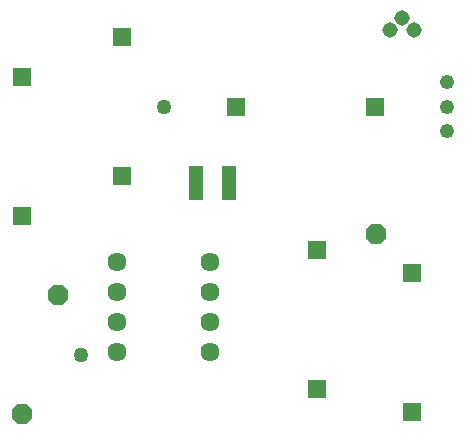
<source format=gbr>
G04 EAGLE Gerber RS-274X export*
G75*
%MOMM*%
%FSLAX34Y34*%
%LPD*%
%INSoldermask Top*%
%IPPOS*%
%AMOC8*
5,1,8,0,0,1.08239X$1,22.5*%
G01*
G04 Define Apertures*
%ADD10R,1.272900X2.973400*%
%ADD11R,1.633200X1.633200*%
%ADD12C,1.311200*%
%ADD13C,1.616500*%
%ADD14C,1.211200*%
%ADD15P,1.8695X8X22.5*%
%ADD16C,1.259600*%
D10*
X176903Y235600D03*
X205497Y235600D03*
D11*
X360000Y41200D03*
X360000Y158800D03*
X211200Y300000D03*
X328800Y300000D03*
X280000Y61200D03*
X280000Y178800D03*
X29600Y207000D03*
X29600Y324600D03*
X114700Y241300D03*
X114700Y358900D03*
D12*
X361700Y365000D03*
X341700Y365000D03*
X351700Y375000D03*
D13*
X110650Y168100D03*
X110650Y142700D03*
X110650Y117300D03*
X110650Y91900D03*
X189350Y91900D03*
X189350Y117300D03*
X189350Y142700D03*
X189350Y168100D03*
D14*
X390000Y300000D03*
X390000Y321000D03*
X390000Y279000D03*
D15*
X330000Y192220D03*
X60000Y140000D03*
X30000Y40000D03*
D16*
X80000Y90000D03*
X150000Y300000D03*
M02*

</source>
